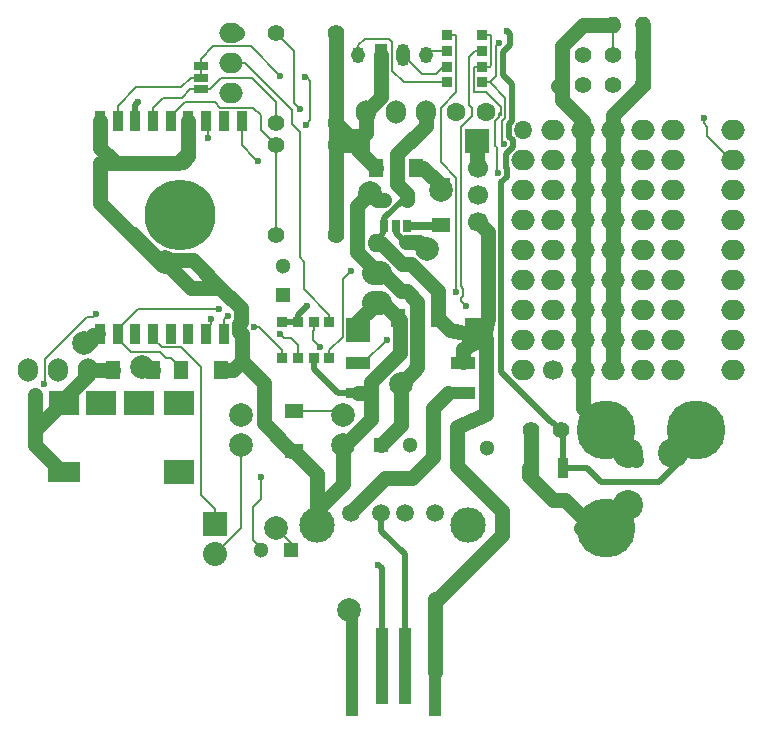
<source format=gbr>
G04 #@! TF.FileFunction,Copper,L1,Top,Signal*
%FSLAX46Y46*%
G04 Gerber Fmt 4.6, Leading zero omitted, Abs format (unit mm)*
G04 Created by KiCad (PCBNEW 4.0.2+dfsg1-stable) date 2016年08月16日 15時24分34秒*
%MOMM*%
G01*
G04 APERTURE LIST*
%ADD10C,0.100000*%
%ADD11C,2.000000*%
%ADD12R,0.900000X1.700000*%
%ADD13C,6.000000*%
%ADD14O,1.117600X1.400000*%
%ADD15R,1.117600X1.905000*%
%ADD16O,1.117600X1.905000*%
%ADD17C,2.540000*%
%ADD18R,2.500000X2.000000*%
%ADD19R,2.800000X1.800000*%
%ADD20R,2.000000X2.000000*%
%ADD21C,1.501140*%
%ADD22O,3.000000X3.000000*%
%ADD23C,1.699260*%
%ADD24R,1.600000X1.200000*%
%ADD25C,1.300000*%
%ADD26R,1.300000X1.300000*%
%ADD27O,2.540000X2.032000*%
%ADD28O,1.600000X1.600000*%
%ADD29C,5.000000*%
%ADD30R,1.998980X0.899160*%
%ADD31R,1.998980X1.000760*%
%ADD32O,2.000000X1.700000*%
%ADD33R,1.200000X0.800000*%
%ADD34O,1.700000X2.000000*%
%ADD35C,1.600000*%
%ADD36C,1.400000*%
%ADD37O,1.400000X1.400000*%
%ADD38R,1.000000X7.410000*%
%ADD39R,1.000000X6.410000*%
%ADD40C,1.397000*%
%ADD41R,1.200000X1.600000*%
%ADD42O,1.500000X1.600000*%
%ADD43C,1.700000*%
%ADD44R,0.900000X0.900000*%
%ADD45R,2.032000X2.032000*%
%ADD46O,2.032000X2.032000*%
%ADD47R,0.650000X1.060000*%
%ADD48C,1.998980*%
%ADD49C,0.600000*%
%ADD50C,1.016000*%
%ADD51C,1.270000*%
%ADD52C,0.203200*%
%ADD53C,0.508000*%
%ADD54C,0.635000*%
G04 APERTURE END LIST*
D10*
D11*
X146304000Y-113030000D03*
X154940000Y-113030000D03*
D12*
X134335000Y-88155000D03*
X134335000Y-106155000D03*
X135835000Y-88155000D03*
X135835000Y-106155000D03*
X137335000Y-88155000D03*
X137335000Y-106155000D03*
X138835000Y-88155000D03*
X138835000Y-106155000D03*
X140335000Y-88155000D03*
X140335000Y-106155000D03*
X141835000Y-88155000D03*
X141835000Y-106155000D03*
X143335000Y-88155000D03*
X143335000Y-106155000D03*
X144835000Y-88155000D03*
X144835000Y-106155000D03*
X146335000Y-88155000D03*
X146335000Y-106155000D03*
D13*
X141135000Y-96055000D03*
D14*
X156210000Y-82550000D03*
D15*
X158115000Y-82550000D03*
D16*
X160020000Y-82550000D03*
D14*
X161925000Y-82550000D03*
D17*
X179070000Y-120650000D03*
X179070000Y-116205000D03*
X182880000Y-116205000D03*
D18*
X141040000Y-117835000D03*
D19*
X131340000Y-117835000D03*
D18*
X137640000Y-112035000D03*
X141040000Y-112035000D03*
X131340000Y-112035000D03*
X134440000Y-112035000D03*
D20*
X166226500Y-89789500D03*
X156226500Y-89789500D03*
X156226500Y-105789500D03*
X166226500Y-105789500D03*
D21*
X162751860Y-121282880D03*
X160211860Y-121282880D03*
X158179860Y-121282880D03*
X155639860Y-121282880D03*
D22*
X165539000Y-122315000D03*
X152739000Y-122315000D03*
D23*
X166370000Y-94424000D03*
X166370000Y-92132920D03*
X166370000Y-96715080D03*
D24*
X163195000Y-96950000D03*
X163195000Y-93550000D03*
D25*
X167092000Y-115824000D03*
D26*
X164592000Y-115824000D03*
D27*
X157784800Y-103530400D03*
X157784800Y-100990400D03*
D28*
X157784800Y-98450400D03*
D29*
X177165000Y-122555000D03*
X177165000Y-114300000D03*
X184785000Y-114300000D03*
D30*
X156210000Y-111125000D03*
D31*
X156210000Y-108585000D03*
X165100000Y-108585000D03*
X165100000Y-111125000D03*
D32*
X145415000Y-85725000D03*
X145415000Y-83185000D03*
X145415000Y-80645000D03*
D33*
X142875000Y-83455000D03*
X142875000Y-85455000D03*
X142875000Y-84455000D03*
D34*
X133350000Y-109220000D03*
X130810000Y-109220000D03*
X128270000Y-109220000D03*
X156845000Y-87376000D03*
X161925000Y-87376000D03*
X159385000Y-87376000D03*
D35*
X164465000Y-87376000D03*
X167005000Y-87376000D03*
D36*
X180340000Y-85090000D03*
X177800000Y-85090000D03*
X175260000Y-85090000D03*
X180340000Y-82550000D03*
X177800000Y-82550000D03*
X175260000Y-82550000D03*
D37*
X177800000Y-80010000D03*
X180340000Y-80010000D03*
D38*
X155695000Y-134765000D03*
D39*
X158195000Y-134265000D03*
X160195000Y-134265000D03*
D38*
X162695000Y-134765000D03*
D40*
X170815000Y-114300000D03*
X173355000Y-114300000D03*
D11*
X146304000Y-115570000D03*
X154940000Y-115570000D03*
D40*
X154305000Y-88265000D03*
X149225000Y-88265000D03*
X154305000Y-80645000D03*
X149225000Y-80645000D03*
D41*
X138860000Y-109220000D03*
X135460000Y-109220000D03*
X141175000Y-109220000D03*
X144575000Y-109220000D03*
D24*
X150749000Y-112649000D03*
X150749000Y-116049000D03*
D26*
X149860000Y-102870000D03*
D25*
X149860000Y-100370000D03*
X147995000Y-124460000D03*
D26*
X150495000Y-124460000D03*
D32*
X187961000Y-109220000D03*
X187961000Y-99060000D03*
X187961000Y-101600000D03*
X187961000Y-106680000D03*
X187961000Y-104140000D03*
X187961000Y-93980000D03*
X187961000Y-96520000D03*
X187961000Y-91440000D03*
X187961000Y-88900000D03*
X180341000Y-109220000D03*
X180341000Y-99060000D03*
X180341000Y-101600000D03*
X180341000Y-106680000D03*
X180341000Y-104140000D03*
X180341000Y-93980000D03*
X180341000Y-96520000D03*
X180341000Y-91440000D03*
X180341000Y-88900000D03*
X175261000Y-109220000D03*
X175261000Y-99060000D03*
X175261000Y-101600000D03*
X175261000Y-106680000D03*
X175261000Y-104140000D03*
X175261000Y-93980000D03*
X175261000Y-96520000D03*
X175261000Y-91440000D03*
X175261000Y-88900000D03*
X177801000Y-109220000D03*
X177801000Y-99060000D03*
X177801000Y-101600000D03*
X177801000Y-106680000D03*
X177801000Y-104140000D03*
X177801000Y-93980000D03*
X177801000Y-96520000D03*
X177801000Y-91440000D03*
X177801000Y-88900000D03*
X182881000Y-109220000D03*
X182881000Y-99060000D03*
X182881000Y-101600000D03*
X182881000Y-106680000D03*
X182881000Y-104140000D03*
X182881000Y-93980000D03*
X182881000Y-96520000D03*
X182881000Y-91440000D03*
X182881000Y-88900000D03*
X170181000Y-109220000D03*
X170181000Y-99060000D03*
X170181000Y-101600000D03*
X170181000Y-106680000D03*
X170181000Y-104140000D03*
X170181000Y-93980000D03*
X170181000Y-96520000D03*
X170181000Y-91440000D03*
D42*
X170181000Y-88900000D03*
D43*
X172721000Y-109220000D03*
D32*
X172721000Y-99060000D03*
X172721000Y-101600000D03*
X172721000Y-106680000D03*
X172721000Y-104140000D03*
X172721000Y-93980000D03*
X172721000Y-96520000D03*
X172721000Y-91440000D03*
X172721000Y-88900000D03*
D44*
X153765000Y-105180000D03*
X149765000Y-105180000D03*
X152425000Y-105180000D03*
X151105000Y-105180000D03*
X152425000Y-108180000D03*
X153765000Y-108180000D03*
X149765000Y-108180000D03*
X151105000Y-108180000D03*
D45*
X144119600Y-122224800D03*
D46*
X144119600Y-124764800D03*
D12*
X170635000Y-117475000D03*
X173535000Y-117475000D03*
D40*
X149225000Y-90170000D03*
X154305000Y-90170000D03*
X149225000Y-97790000D03*
X154305000Y-97790000D03*
D41*
X162990000Y-104775000D03*
X159590000Y-104775000D03*
X161085000Y-92075000D03*
X157685000Y-92075000D03*
D25*
X160615000Y-115570000D03*
D26*
X158115000Y-115570000D03*
D47*
X158435000Y-96985000D03*
X159385000Y-96985000D03*
X160335000Y-96985000D03*
X160335000Y-94785000D03*
X158435000Y-94785000D03*
D44*
X166727000Y-84867500D03*
X166727000Y-80867500D03*
X166727000Y-83527500D03*
X166727000Y-82207500D03*
X163727000Y-83527500D03*
X163727000Y-84867500D03*
X163727000Y-80867500D03*
X163727000Y-82207500D03*
D48*
X149225000Y-122555000D03*
D11*
X132969000Y-106934000D03*
D49*
X151867796Y-103784400D03*
D11*
X163191969Y-94010760D03*
X137890388Y-108997620D03*
X159828613Y-110393027D03*
D49*
X173126400Y-85191600D03*
D11*
X157226000Y-94234000D03*
X155448000Y-129540000D03*
X162026600Y-98958400D03*
X139879033Y-100062824D03*
D49*
X141351000Y-91567000D03*
X149606000Y-84328000D03*
X168148000Y-81534000D03*
X168511210Y-90049289D03*
X151257000Y-87122000D03*
X143510000Y-89535000D03*
X147955000Y-118237000D03*
X151719675Y-84421620D03*
X151747721Y-88447461D03*
X185470800Y-87884000D03*
X157925000Y-125730000D03*
X168803042Y-80492600D03*
X137566400Y-86512400D03*
X144433893Y-104023283D03*
X149606000Y-106172000D03*
X129641600Y-110363000D03*
X134035800Y-104444800D03*
X144835000Y-88155000D03*
X165303200Y-103784400D03*
X152976219Y-107240341D03*
X141834980Y-106155019D03*
X147360054Y-105552955D03*
X143764000Y-104902000D03*
X137287000Y-106299000D03*
X140335000Y-106155000D03*
X147710903Y-91557097D03*
X168046400Y-92506800D03*
X145156694Y-104624903D03*
X155587473Y-100850473D03*
X158622512Y-106659260D03*
X164493589Y-102590600D03*
X138835000Y-106155000D03*
D50*
X134335000Y-106155000D02*
X133748000Y-106155000D01*
X133748000Y-106155000D02*
X132969000Y-106934000D01*
D51*
X157784800Y-100990400D02*
X158292800Y-100990400D01*
X158292800Y-100990400D02*
X159842200Y-102539800D01*
X159842200Y-102539800D02*
X160350200Y-102539800D01*
D52*
X177800000Y-82550000D02*
X177800000Y-80010000D01*
D51*
X133561283Y-106740985D02*
X133162015Y-106740985D01*
X133162015Y-106740985D02*
X132969000Y-106934000D01*
D53*
X151867796Y-103784400D02*
X151105000Y-104547196D01*
X151105000Y-104547196D02*
X151105000Y-105180000D01*
D51*
X163195000Y-93550000D02*
X163195000Y-94007729D01*
X163195000Y-94007729D02*
X163191969Y-94010760D01*
X160350200Y-102539800D02*
X161228013Y-103417613D01*
X161228013Y-103417613D02*
X161228013Y-108993627D01*
X160828612Y-109393028D02*
X159828613Y-110393027D01*
X161228013Y-108993627D02*
X160828612Y-109393028D01*
D53*
X151105000Y-105180000D02*
X149765000Y-105180000D01*
D51*
X138112768Y-109220000D02*
X137890388Y-108997620D01*
X138860000Y-109220000D02*
X138112768Y-109220000D01*
X159828613Y-113856387D02*
X159828613Y-111807240D01*
X159828613Y-111807240D02*
X159828613Y-110393027D01*
X158115000Y-115570000D02*
X159828613Y-113856387D01*
X173177200Y-85242400D02*
X173482000Y-85242400D01*
X173126400Y-85191600D02*
X173177200Y-85242400D01*
X177165000Y-114300000D02*
X179705000Y-116840000D01*
X175261000Y-109220000D02*
X175261000Y-112396000D01*
X175261000Y-112396000D02*
X177165000Y-114300000D01*
X157784800Y-100990400D02*
X157784800Y-100939600D01*
X157784800Y-100939600D02*
X156108400Y-99263200D01*
X156108400Y-99263200D02*
X156108400Y-95351600D01*
X156108400Y-95351600D02*
X157226000Y-94234000D01*
X175261000Y-88900000D02*
X175261000Y-88139000D01*
X175261000Y-88139000D02*
X173482000Y-86360000D01*
X175260000Y-80010000D02*
X177800000Y-80010000D01*
X173482000Y-81788000D02*
X175260000Y-80010000D01*
X173482000Y-86360000D02*
X173482000Y-85242400D01*
X173482000Y-85242400D02*
X173482000Y-81788000D01*
X158435000Y-94785000D02*
X157777000Y-94785000D01*
X157777000Y-94785000D02*
X157226000Y-94234000D01*
X157226000Y-94234000D02*
X156972000Y-93980000D01*
X166226500Y-89789500D02*
X166226500Y-91989420D01*
X166226500Y-91989420D02*
X166370000Y-92132920D01*
X161085000Y-92075000D02*
X161720000Y-92075000D01*
X161720000Y-92075000D02*
X163195000Y-93550000D01*
X175261000Y-96520000D02*
X175261000Y-93980000D01*
D54*
X133465283Y-106836985D02*
X133561283Y-106740985D01*
D51*
X175261000Y-91440000D02*
X175261000Y-88900000D01*
X175261000Y-93980000D02*
X175261000Y-91440000D01*
X175261000Y-99060000D02*
X175261000Y-96520000D01*
X175261000Y-101600000D02*
X175261000Y-99060000D01*
X175261000Y-104140000D02*
X175261000Y-101600000D01*
X175261000Y-106680000D02*
X175261000Y-104140000D01*
X175261000Y-109220000D02*
X175261000Y-106680000D01*
D50*
X155695000Y-134765000D02*
X155695000Y-129787000D01*
X155695000Y-129787000D02*
X155448000Y-129540000D01*
D51*
X160274000Y-98399600D02*
X161340800Y-98399600D01*
D53*
X159385000Y-97637600D02*
X160147000Y-98399600D01*
X160147000Y-98399600D02*
X160274000Y-98399600D01*
X159385000Y-96985000D02*
X159385000Y-97637600D01*
D51*
X161975800Y-98907600D02*
X162026600Y-98958400D01*
X161848800Y-98907600D02*
X161975800Y-98907600D01*
X161340800Y-98399600D02*
X161848800Y-98907600D01*
X154305000Y-90170000D02*
X154305000Y-88265000D01*
X156226500Y-89789500D02*
X155829500Y-89789500D01*
X155829500Y-89789500D02*
X154305000Y-88265000D01*
X154305000Y-90170000D02*
X155846000Y-90170000D01*
X155846000Y-90170000D02*
X156226500Y-89789500D01*
X154305000Y-97790000D02*
X154305000Y-90170000D01*
X156226500Y-89789500D02*
X156226500Y-90616500D01*
X156226500Y-90616500D02*
X157685000Y-92075000D01*
D52*
X180340000Y-82550000D02*
X180340000Y-85090000D01*
X180340000Y-82550000D02*
X180340000Y-80010000D01*
D51*
X142074886Y-102258677D02*
X140879032Y-101062823D01*
D54*
X137287000Y-97470791D02*
X138879034Y-99062825D01*
D51*
X144386448Y-102258677D02*
X142074886Y-102258677D01*
D54*
X137287000Y-97409000D02*
X137287000Y-97470791D01*
D51*
X140879032Y-101062823D02*
X139879033Y-100062824D01*
D54*
X138879034Y-99062825D02*
X139879033Y-100062824D01*
D51*
X144535000Y-102235000D02*
X144511323Y-102258677D01*
X144511323Y-102258677D02*
X144386448Y-102258677D01*
D54*
X146335000Y-104207229D02*
X144386448Y-102258677D01*
X146335000Y-106155000D02*
X146335000Y-104207229D01*
D51*
X146291696Y-103991696D02*
X144535000Y-102235000D01*
X146335000Y-106155000D02*
X146150011Y-105970011D01*
X146291696Y-105169705D02*
X146291696Y-103991696D01*
X146150011Y-105311390D02*
X146291696Y-105169705D01*
X146150011Y-105970011D02*
X146150011Y-105311390D01*
X157274260Y-110231578D02*
X159758002Y-107747836D01*
X159758002Y-107747836D02*
X159758002Y-104943002D01*
X157274260Y-111203740D02*
X157274260Y-110231578D01*
X159758002Y-104943002D02*
X159590000Y-104775000D01*
D53*
X152425000Y-108180000D02*
X152425000Y-109138000D01*
X154490740Y-111203740D02*
X154712670Y-111203740D01*
X152425000Y-109138000D02*
X154490740Y-111203740D01*
X154712670Y-111203740D02*
X156220160Y-111203740D01*
D51*
X150749000Y-116049000D02*
X150549000Y-116049000D01*
X146335000Y-108414152D02*
X146335000Y-107320600D01*
X148194854Y-110274006D02*
X146335000Y-108414152D01*
X148194854Y-113694854D02*
X148194854Y-110274006D01*
X150549000Y-116049000D02*
X148194854Y-113694854D01*
X131340000Y-112035000D02*
X131340000Y-111636400D01*
X131340000Y-111636400D02*
X133350000Y-109626400D01*
X133350000Y-109626400D02*
X133350000Y-109220000D01*
X154940000Y-115570000D02*
X155092400Y-115570000D01*
X155092400Y-115570000D02*
X157274260Y-113388140D01*
X157274260Y-113388140D02*
X157274260Y-111203740D01*
X154940000Y-115570000D02*
X154940000Y-118872000D01*
X154940000Y-118872000D02*
X152739000Y-121073000D01*
X152739000Y-121073000D02*
X152739000Y-122315000D01*
X177165000Y-122555000D02*
X176047400Y-122555000D01*
X176047400Y-122555000D02*
X173685200Y-120192800D01*
X173685200Y-120192800D02*
X172669200Y-120192800D01*
X172669200Y-120192800D02*
X170815000Y-118338600D01*
X170815000Y-118338600D02*
X170815000Y-114300000D01*
X177801000Y-88900000D02*
X177801000Y-87629000D01*
X177801000Y-87629000D02*
X180340000Y-85090000D01*
X180340000Y-85090000D02*
X180340000Y-80010000D01*
X170635000Y-117475000D02*
X170635000Y-118158600D01*
X175031400Y-122555000D02*
X177165000Y-122555000D01*
X170815000Y-114300000D02*
X170815000Y-117295000D01*
X170815000Y-117295000D02*
X170635000Y-117475000D01*
X152739000Y-122315000D02*
X152739000Y-118039000D01*
X152739000Y-118039000D02*
X150749000Y-116049000D01*
X135460000Y-109220000D02*
X133350000Y-109220000D01*
X144575000Y-109220000D02*
X145592800Y-109220000D01*
X146335000Y-108477800D02*
X146335000Y-107320600D01*
X146335000Y-107320600D02*
X146335000Y-106155000D01*
X145592800Y-109220000D02*
X146335000Y-108477800D01*
X154305000Y-88265000D02*
X154305000Y-80645000D01*
X156220160Y-111203740D02*
X157274260Y-111203740D01*
X157784800Y-103530400D02*
X158345400Y-103530400D01*
X158345400Y-103530400D02*
X159590000Y-104775000D01*
X156226500Y-105789500D02*
X156226500Y-105088700D01*
X156226500Y-105088700D02*
X157784800Y-103530400D01*
X141835000Y-89640000D02*
X141835000Y-91083000D01*
X141835000Y-91083000D02*
X141351000Y-91567000D01*
X141835000Y-88155000D02*
X141835000Y-89640000D01*
X134335000Y-88155000D02*
X134335000Y-90393000D01*
X134335000Y-90393000D02*
X135667235Y-91725235D01*
X145415000Y-80645000D02*
X145923000Y-80645000D01*
X156845000Y-87376000D02*
X156845000Y-89171000D01*
X156845000Y-89171000D02*
X156226500Y-89789500D01*
X158115000Y-82550000D02*
X158115000Y-86106000D01*
X158115000Y-86106000D02*
X156845000Y-87376000D01*
X144535000Y-102235000D02*
X142190001Y-99890001D01*
X128820000Y-114305000D02*
X128820000Y-111294000D01*
X131340000Y-112035000D02*
X131090000Y-112035000D01*
X131090000Y-112035000D02*
X128820000Y-114305000D01*
X128820000Y-114305000D02*
X128820000Y-115565000D01*
X128820000Y-115565000D02*
X131090000Y-117835000D01*
X131090000Y-117835000D02*
X131340000Y-117835000D01*
X140970000Y-91725235D02*
X135667235Y-91725235D01*
X135667235Y-91725235D02*
X134366235Y-91725235D01*
X134335000Y-95092000D02*
X134335000Y-91694000D01*
X134366235Y-91725235D02*
X134335000Y-91694000D01*
D54*
X140970000Y-91725235D02*
X141351000Y-91567000D01*
D51*
X141835000Y-90860235D02*
X140970000Y-91725235D01*
X139133001Y-99890001D02*
X134335000Y-95092000D01*
X142190001Y-99890001D02*
X139133001Y-99890001D01*
X177801000Y-106680000D02*
X177801000Y-109220000D01*
X177801000Y-104140000D02*
X177801000Y-106680000D01*
X177801000Y-101600000D02*
X177801000Y-104140000D01*
X177801000Y-99060000D02*
X177801000Y-101600000D01*
X177801000Y-96520000D02*
X177801000Y-99060000D01*
X177801000Y-93980000D02*
X177801000Y-96520000D01*
X177801000Y-91440000D02*
X177801000Y-93980000D01*
X177801000Y-88900000D02*
X177801000Y-91440000D01*
D52*
X156210000Y-82550000D02*
X156210000Y-81737200D01*
X156210000Y-81737200D02*
X156768800Y-81178400D01*
X156768800Y-81178400D02*
X158851600Y-81178400D01*
X158851600Y-81178400D02*
X159105600Y-81432400D01*
X159105600Y-81432400D02*
X159105600Y-83870800D01*
X159105600Y-83870800D02*
X160102300Y-84867500D01*
X160102300Y-84867500D02*
X163727000Y-84867500D01*
X163727000Y-83527500D02*
X163411300Y-83527500D01*
X163411300Y-83527500D02*
X162814000Y-84124800D01*
X162814000Y-84124800D02*
X161594800Y-84124800D01*
X161594800Y-84124800D02*
X160020000Y-82550000D01*
X163727000Y-82207500D02*
X162267500Y-82207500D01*
X162267500Y-82207500D02*
X161925000Y-82550000D01*
X151257000Y-89027000D02*
X151257000Y-99660250D01*
X150628312Y-87195112D02*
X146618200Y-83185000D01*
X146618200Y-83185000D02*
X145415000Y-83185000D01*
X151257000Y-89027000D02*
X150628312Y-88398312D01*
X150628312Y-88398312D02*
X150628312Y-87195112D01*
X153765000Y-105180000D02*
X153765000Y-104526800D01*
X153765000Y-104526800D02*
X151637981Y-102399781D01*
X151637981Y-102399781D02*
X151637981Y-100041231D01*
X151637981Y-100041231D02*
X151257000Y-99660250D01*
X149606000Y-84328000D02*
X147091400Y-81813400D01*
X147091400Y-81813400D02*
X143941800Y-81813400D01*
X167881810Y-81800190D02*
X168148000Y-81534000D01*
X167881810Y-82042000D02*
X167881810Y-82550000D01*
X167881810Y-82042000D02*
X167881810Y-81800190D01*
X167881810Y-82550000D02*
X167881810Y-84365890D01*
X167881810Y-82550000D02*
X167894000Y-82550000D01*
X167881810Y-84365890D02*
X167380200Y-84867500D01*
X142875000Y-83455000D02*
X142875000Y-82851800D01*
X142875000Y-82851800D02*
X143913400Y-81813400D01*
X143913400Y-81813400D02*
X143941800Y-81813400D01*
X168373411Y-88169110D02*
X168373411Y-89911490D01*
X168678211Y-87864310D02*
X168373411Y-88169110D01*
X168678211Y-86165511D02*
X168678211Y-87864310D01*
X167380200Y-84867500D02*
X168678211Y-86165511D01*
X168373411Y-89911490D02*
X168511210Y-90049289D01*
X167380200Y-84867500D02*
X166727000Y-84867500D01*
X142875000Y-84455000D02*
X142875000Y-83851800D01*
X142875000Y-84455000D02*
X142875000Y-83455000D01*
X135835000Y-88155000D02*
X135835000Y-86821400D01*
X142011400Y-84455000D02*
X142875000Y-84455000D01*
X141173200Y-85293200D02*
X142011400Y-84455000D01*
X137363200Y-85293200D02*
X141173200Y-85293200D01*
X135835000Y-86821400D02*
X137363200Y-85293200D01*
X150749000Y-82169000D02*
X149225000Y-80645000D01*
X150749000Y-86614000D02*
X150749000Y-82169000D01*
X151257000Y-87122000D02*
X150749000Y-86614000D01*
X147320000Y-84531200D02*
X147320000Y-84582000D01*
X149225000Y-86487000D02*
X149225000Y-88265000D01*
X147320000Y-84582000D02*
X149225000Y-86487000D01*
X142875000Y-85455000D02*
X143678200Y-85455000D01*
X144602000Y-84531200D02*
X147320000Y-84531200D01*
X147320000Y-84531200D02*
X147333974Y-84531200D01*
X143678200Y-85455000D02*
X144602000Y-84531200D01*
X138835000Y-87021800D02*
X138835000Y-88155000D01*
X142875000Y-85455000D02*
X141976600Y-85455000D01*
X139700000Y-86156800D02*
X138835000Y-87021800D01*
X141274800Y-86156800D02*
X139700000Y-86156800D01*
X141976600Y-85455000D02*
X141274800Y-86156800D01*
X143510000Y-89535000D02*
X143510000Y-88330000D01*
D51*
X157784800Y-98450400D02*
X158140400Y-98450400D01*
X158140400Y-98450400D02*
X159893000Y-100203000D01*
X159893000Y-100203000D02*
X160655000Y-100203000D01*
X167219629Y-104796371D02*
X167219629Y-97564709D01*
X167219629Y-97564709D02*
X166370000Y-96715080D01*
X166861500Y-106424500D02*
X167219629Y-104796371D01*
X160335000Y-94785000D02*
X160335000Y-94295000D01*
X160335000Y-94295000D02*
X159512000Y-93472000D01*
X161925000Y-88519000D02*
X161925000Y-87376000D01*
X159512000Y-90932000D02*
X161925000Y-88519000D01*
X159512000Y-93472000D02*
X159512000Y-90932000D01*
D53*
X158435000Y-96985000D02*
X158435000Y-96327000D01*
X159977000Y-94785000D02*
X160335000Y-94785000D01*
X158435000Y-96327000D02*
X159977000Y-94785000D01*
X158435000Y-96985000D02*
X158435000Y-97470000D01*
X158435000Y-97470000D02*
X157784800Y-98450400D01*
D51*
X162990000Y-102538000D02*
X162990000Y-104775000D01*
X160655000Y-100203000D02*
X162990000Y-102538000D01*
X164592000Y-115824000D02*
X164592000Y-114046000D01*
X167005000Y-112903000D02*
X167005000Y-106568000D01*
X164592000Y-114046000D02*
X167005000Y-112903000D01*
X167005000Y-106568000D02*
X166861500Y-106424500D01*
X162695000Y-128778000D02*
X162814000Y-128778000D01*
X164592000Y-117348000D02*
X164592000Y-115824000D01*
X168402000Y-121158000D02*
X164592000Y-117348000D01*
X168402000Y-123190000D02*
X168402000Y-121158000D01*
X162814000Y-128778000D02*
X168402000Y-123190000D01*
X166861500Y-106424500D02*
X164004500Y-105789500D01*
X164004500Y-105789500D02*
X162990000Y-104775000D01*
X165089840Y-108554520D02*
X165089840Y-107456430D01*
X165089840Y-107456430D02*
X166861500Y-106424500D01*
X162695000Y-134765000D02*
X162695000Y-128778000D01*
X162695000Y-128778000D02*
X162695000Y-128580000D01*
D52*
X147995000Y-124460000D02*
X147995000Y-124246000D01*
X147995000Y-124246000D02*
X147320000Y-123571000D01*
X147320000Y-120777000D02*
X147995000Y-120102000D01*
X147320000Y-123571000D02*
X147320000Y-120777000D01*
X147995000Y-118404000D02*
X147955000Y-118364000D01*
X147955000Y-118364000D02*
X147955000Y-118237000D01*
X147995000Y-120102000D02*
X147995000Y-118404000D01*
X151719675Y-84421620D02*
X151858620Y-84421620D01*
X152146000Y-88049182D02*
X151747721Y-88447461D01*
X152146000Y-84709000D02*
X152146000Y-88049182D01*
X151858620Y-84421620D02*
X152146000Y-84709000D01*
X144907000Y-86995000D02*
X144526000Y-86995000D01*
X144018000Y-86487000D02*
X144018000Y-86512400D01*
X144043400Y-86512400D02*
X144018000Y-86487000D01*
X144526000Y-86995000D02*
X144043400Y-86512400D01*
X147955000Y-88900000D02*
X147955000Y-87630000D01*
X147955000Y-87630000D02*
X147320000Y-86995000D01*
X147320000Y-86995000D02*
X144907000Y-86995000D01*
X147955000Y-88900000D02*
X149225000Y-90170000D01*
X149225000Y-90170000D02*
X149225000Y-97790000D01*
X185775600Y-88613064D02*
X185775600Y-89404600D01*
X185775600Y-89404600D02*
X187811000Y-91440000D01*
X187811000Y-91440000D02*
X187961000Y-91440000D01*
X185470800Y-87884000D02*
X185470800Y-88308264D01*
X185470800Y-88308264D02*
X185775600Y-88613064D01*
X140335000Y-88155000D02*
X140335000Y-87706200D01*
X140335000Y-87706200D02*
X141528800Y-86512400D01*
X141528800Y-86512400D02*
X144018000Y-86512400D01*
D53*
X160195000Y-134265000D02*
X160195000Y-124825000D01*
X158179860Y-122809860D02*
X158179860Y-121282880D01*
X160195000Y-124825000D02*
X158179860Y-122809860D01*
X158195000Y-134265000D02*
X158195000Y-126000000D01*
X158195000Y-126000000D02*
X157925000Y-125730000D01*
X173355000Y-114300000D02*
X172656501Y-113601501D01*
X172656501Y-113601501D02*
X172568353Y-113601501D01*
X172568353Y-113601501D02*
X168340862Y-109374010D01*
X168976990Y-89448717D02*
X168976990Y-88351283D01*
X168340862Y-109374010D02*
X168340862Y-93328262D01*
X169233822Y-85032822D02*
X168437421Y-84236420D01*
X168340862Y-93328262D02*
X168800402Y-92868722D01*
X168472086Y-82296000D02*
X169103041Y-81665045D01*
X168976990Y-88351283D02*
X169233822Y-88094451D01*
X168800402Y-92868722D02*
X168800402Y-92144878D01*
X168800402Y-92144878D02*
X168726990Y-92071466D01*
X169300422Y-90326430D02*
X169300422Y-89772149D01*
X168726990Y-92071466D02*
X168726990Y-90899862D01*
X169103041Y-81665045D02*
X169103041Y-80792599D01*
X168726990Y-90899862D02*
X169300422Y-90326430D01*
X169233822Y-88094451D02*
X169233822Y-85032822D01*
X169300422Y-89772149D02*
X168976990Y-89448717D01*
X168437421Y-84236420D02*
X168472086Y-82296000D01*
X169103041Y-80792599D02*
X168803042Y-80492600D01*
X137335000Y-88155000D02*
X137335000Y-86743800D01*
X137335000Y-86743800D02*
X137566400Y-86512400D01*
X183515000Y-116840000D02*
X183515000Y-115570000D01*
X183515000Y-115570000D02*
X184785000Y-114300000D01*
X173535000Y-117475000D02*
X175539400Y-117475000D01*
X181635400Y-118719600D02*
X183515000Y-116840000D01*
X176784000Y-118719600D02*
X181635400Y-118719600D01*
X175539400Y-117475000D02*
X176784000Y-118719600D01*
X173535000Y-117475000D02*
X173535000Y-114480000D01*
X173535000Y-114480000D02*
X173355000Y-114300000D01*
D50*
X165100000Y-111125000D02*
X163850320Y-111125000D01*
D51*
X162560000Y-112415320D02*
X163819840Y-111155480D01*
X162560000Y-116586000D02*
X162560000Y-112415320D01*
X160782000Y-118364000D02*
X162560000Y-116586000D01*
X158496000Y-118364000D02*
X160782000Y-118364000D01*
X158496000Y-118364000D02*
X155639860Y-121220140D01*
D52*
X163850320Y-111125000D02*
X163819840Y-111155480D01*
D51*
X155639860Y-121282880D02*
X155639860Y-121220140D01*
D52*
X144009629Y-104023283D02*
X144433893Y-104023283D01*
X137566717Y-104023283D02*
X144009629Y-104023283D01*
X135835000Y-105755000D02*
X137566717Y-104023283D01*
X135835000Y-106155000D02*
X135835000Y-105755000D01*
X149606000Y-106172000D02*
X149905999Y-106471999D01*
X149905999Y-106471999D02*
X150540999Y-106471999D01*
X150540999Y-106471999D02*
X151130000Y-107061000D01*
X135835000Y-106555000D02*
X135835000Y-106155000D01*
X139405774Y-107696000D02*
X136976000Y-107696000D01*
X139926574Y-108216800D02*
X139405774Y-107696000D01*
X140371800Y-108216800D02*
X139926574Y-108216800D01*
X141175000Y-109020000D02*
X140371800Y-108216800D01*
X141175000Y-109220000D02*
X141175000Y-109020000D01*
X136976000Y-107696000D02*
X135835000Y-106555000D01*
X151130000Y-107061000D02*
X151130000Y-108155000D01*
X151130000Y-108155000D02*
X151105000Y-108180000D01*
X129658390Y-110252790D02*
X129641600Y-110269580D01*
X129641600Y-110269580D02*
X129641600Y-110363000D01*
X133227801Y-104744799D02*
X129658390Y-108314210D01*
X129658390Y-108314210D02*
X129658390Y-110252790D01*
X134035800Y-104444800D02*
X133735801Y-104744799D01*
X133735801Y-104744799D02*
X133227801Y-104744799D01*
X150495000Y-124460000D02*
X150495000Y-123825000D01*
X150495000Y-123825000D02*
X149225000Y-122555000D01*
X150749000Y-112649000D02*
X154559000Y-112649000D01*
X154559000Y-112649000D02*
X154940000Y-113030000D01*
X165303200Y-103784400D02*
X165481000Y-103962200D01*
X164896800Y-103378000D02*
X165303200Y-103784400D01*
X164896800Y-88648570D02*
X164896800Y-102128841D01*
X165557200Y-86763830D02*
X165811200Y-87017830D01*
X166073800Y-82207500D02*
X165557200Y-82724100D01*
X166727000Y-82207500D02*
X166073800Y-82207500D01*
X165557200Y-82724100D02*
X165557200Y-86763830D01*
X165095190Y-102327231D02*
X165095190Y-102955569D01*
X165095190Y-102955569D02*
X164896800Y-103153959D01*
X164896800Y-103153959D02*
X164896800Y-103378000D01*
X165811200Y-87734170D02*
X164896800Y-88648570D01*
X164896800Y-102128841D02*
X165095190Y-102327231D01*
X165811200Y-87017830D02*
X165811200Y-87734170D01*
X152400000Y-106553000D02*
X152400000Y-106680000D01*
X152400000Y-105858200D02*
X152400000Y-106553000D01*
X152400000Y-106553000D02*
X152400000Y-106664122D01*
X152400000Y-106664122D02*
X152976219Y-107240341D01*
X152425000Y-105180000D02*
X152425000Y-105833200D01*
X152425000Y-105833200D02*
X152400000Y-105858200D01*
X149765000Y-108180000D02*
X149765000Y-107526800D01*
X147784318Y-105552955D02*
X147360054Y-105552955D01*
X149765000Y-107526800D02*
X147791155Y-105552955D01*
X147791155Y-105552955D02*
X147784318Y-105552955D01*
X143764000Y-105326000D02*
X143764000Y-104902000D01*
X143335000Y-106155000D02*
X143335000Y-105755000D01*
X143335000Y-105755000D02*
X143764000Y-105326000D01*
X143335000Y-106064473D02*
X143420378Y-105979095D01*
X143335000Y-106155000D02*
X143335000Y-106064473D01*
X137287000Y-106299000D02*
X137335000Y-106251000D01*
X137335000Y-106251000D02*
X137335000Y-106155000D01*
X166037550Y-83563750D02*
X166690750Y-83563750D01*
X166690750Y-83563750D02*
X166727000Y-83527500D01*
X166727000Y-80867500D02*
X167380200Y-80867500D01*
X167380200Y-83527500D02*
X166727000Y-83527500D01*
X167478601Y-83429099D02*
X167380200Y-83527500D01*
X167478601Y-80965901D02*
X167478601Y-83429099D01*
X167380200Y-80867500D02*
X167478601Y-80965901D01*
X147410904Y-91257098D02*
X147710903Y-91557097D01*
X146335000Y-90181194D02*
X147410904Y-91257098D01*
X146335000Y-88155000D02*
X146335000Y-90181194D01*
X167944800Y-90373251D02*
X167944800Y-92405200D01*
X167944800Y-92405200D02*
X168046400Y-92506800D01*
X167817800Y-90246251D02*
X167944800Y-90373251D01*
X167817800Y-88154495D02*
X167817800Y-90246251D01*
X168156601Y-87494401D02*
X168156601Y-87815694D01*
X168156601Y-87815694D02*
X167817800Y-88154495D01*
X168275000Y-87503000D02*
X168275000Y-87630002D01*
X168275000Y-87503000D02*
X168275000Y-87376002D01*
X168275000Y-87376002D02*
X168156601Y-87494401D01*
X168275000Y-86941630D02*
X168275000Y-87376002D01*
X165975399Y-85711399D02*
X167044769Y-85711399D01*
X167044769Y-85711399D02*
X168275000Y-86941630D01*
X166073800Y-83527500D02*
X166037550Y-83563750D01*
X166037550Y-83563750D02*
X165975399Y-83625901D01*
X165975399Y-83625901D02*
X165975399Y-85711399D01*
X144835000Y-106155000D02*
X144835000Y-104946597D01*
X144856695Y-104924902D02*
X145156694Y-104624903D01*
X144835000Y-104946597D02*
X144856695Y-104924902D01*
X155287474Y-101150472D02*
X155587473Y-100850473D01*
X154901672Y-101536274D02*
X155287474Y-101150472D01*
X154901672Y-106390128D02*
X154901672Y-101536274D01*
X153765000Y-107526800D02*
X154901672Y-106390128D01*
X153765000Y-108180000D02*
X153765000Y-107526800D01*
X158496000Y-106659262D02*
X158622510Y-106659262D01*
X156719270Y-108554520D02*
X158614530Y-106659260D01*
X156220160Y-108554520D02*
X156719270Y-108554520D01*
X158622510Y-106659262D02*
X158622512Y-106659260D01*
X158614530Y-106659260D02*
X158622512Y-106659260D01*
X164493589Y-92927815D02*
X164493589Y-102133400D01*
X164493589Y-102590600D02*
X164493589Y-102133400D01*
X163727000Y-80867500D02*
X164380200Y-80867500D01*
X164380200Y-80867500D02*
X164478601Y-80965901D01*
X164478601Y-80965901D02*
X164478601Y-85711399D01*
X164478601Y-85711399D02*
X163195000Y-86995000D01*
X163195000Y-86995000D02*
X163195000Y-91629226D01*
X163195000Y-91629226D02*
X164493589Y-92927815D01*
X142875000Y-119761000D02*
X142875000Y-108977118D01*
X142875000Y-108977118D02*
X141204483Y-107306601D01*
X141204483Y-107306601D02*
X139586601Y-107306601D01*
X139586601Y-107306601D02*
X138835000Y-106555000D01*
X138835000Y-106555000D02*
X138835000Y-106155000D01*
X144119600Y-122224800D02*
X144119600Y-121005600D01*
X144119600Y-121005600D02*
X142875000Y-119761000D01*
X138811000Y-106179000D02*
X138835000Y-106155000D01*
X138835000Y-105723736D02*
X138835000Y-106155000D01*
X146304000Y-115570000D02*
X146304000Y-122580400D01*
X146304000Y-122580400D02*
X144119600Y-124764800D01*
D54*
X160335000Y-96985000D02*
X163160000Y-96985000D01*
X163160000Y-96985000D02*
X163195000Y-96950000D01*
D52*
X163160000Y-96985000D02*
X163195000Y-96950000D01*
M02*

</source>
